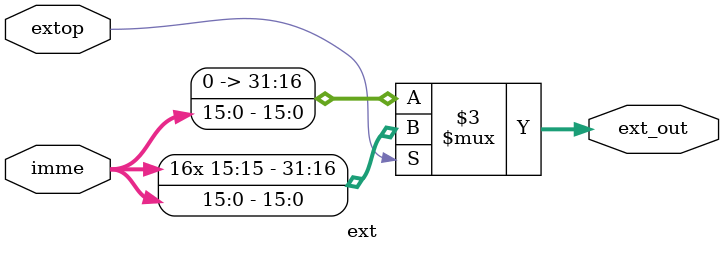
<source format=v>
`timescale 1ns / 1ps
module ext(
    input [15:0] imme,
    output reg [31:0] ext_out,
    input extop
    );
	 
	 always @(*) begin
		if(extop)
			ext_out = $signed(imme);
		else
			ext_out = imme;
	 end

endmodule

</source>
